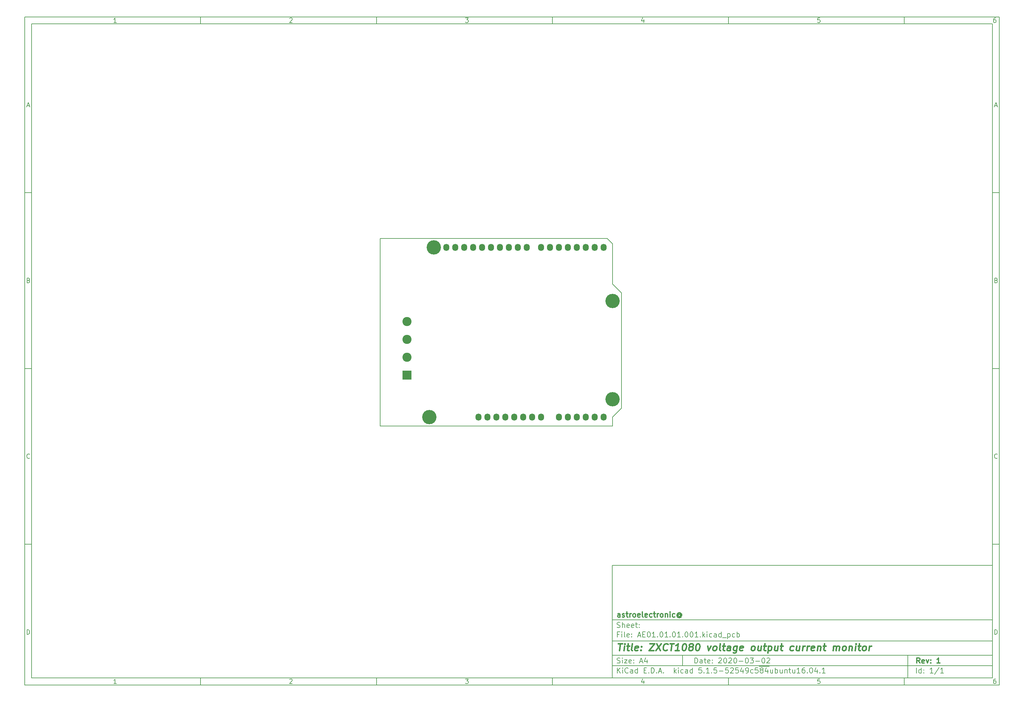
<source format=gbr>
G04 #@! TF.GenerationSoftware,KiCad,Pcbnew,5.1.5-52549c5~84~ubuntu16.04.1*
G04 #@! TF.CreationDate,2020-03-02T18:44:08+01:00*
G04 #@! TF.ProjectId,AE01.01.01.001,41453031-2e30-4312-9e30-312e3030312e,1*
G04 #@! TF.SameCoordinates,Original*
G04 #@! TF.FileFunction,Soldermask,Bot*
G04 #@! TF.FilePolarity,Negative*
%FSLAX46Y46*%
G04 Gerber Fmt 4.6, Leading zero omitted, Abs format (unit mm)*
G04 Created by KiCad (PCBNEW 5.1.5-52549c5~84~ubuntu16.04.1) date 2020-03-02 18:44:08*
%MOMM*%
%LPD*%
G04 APERTURE LIST*
%ADD10C,0.100000*%
%ADD11C,0.150000*%
%ADD12C,0.300000*%
%ADD13C,0.400000*%
%ADD14O,1.727200X2.032000*%
%ADD15C,4.064000*%
%ADD16R,2.600000X2.600000*%
%ADD17C,2.600000*%
G04 APERTURE END LIST*
D10*
D11*
X177002200Y-166007200D02*
X177002200Y-198007200D01*
X285002200Y-198007200D01*
X285002200Y-166007200D01*
X177002200Y-166007200D01*
D10*
D11*
X10000000Y-10000000D02*
X10000000Y-200007200D01*
X287002200Y-200007200D01*
X287002200Y-10000000D01*
X10000000Y-10000000D01*
D10*
D11*
X12000000Y-12000000D02*
X12000000Y-198007200D01*
X285002200Y-198007200D01*
X285002200Y-12000000D01*
X12000000Y-12000000D01*
D10*
D11*
X60000000Y-12000000D02*
X60000000Y-10000000D01*
D10*
D11*
X110000000Y-12000000D02*
X110000000Y-10000000D01*
D10*
D11*
X160000000Y-12000000D02*
X160000000Y-10000000D01*
D10*
D11*
X210000000Y-12000000D02*
X210000000Y-10000000D01*
D10*
D11*
X260000000Y-12000000D02*
X260000000Y-10000000D01*
D10*
D11*
X36065476Y-11588095D02*
X35322619Y-11588095D01*
X35694047Y-11588095D02*
X35694047Y-10288095D01*
X35570238Y-10473809D01*
X35446428Y-10597619D01*
X35322619Y-10659523D01*
D10*
D11*
X85322619Y-10411904D02*
X85384523Y-10350000D01*
X85508333Y-10288095D01*
X85817857Y-10288095D01*
X85941666Y-10350000D01*
X86003571Y-10411904D01*
X86065476Y-10535714D01*
X86065476Y-10659523D01*
X86003571Y-10845238D01*
X85260714Y-11588095D01*
X86065476Y-11588095D01*
D10*
D11*
X135260714Y-10288095D02*
X136065476Y-10288095D01*
X135632142Y-10783333D01*
X135817857Y-10783333D01*
X135941666Y-10845238D01*
X136003571Y-10907142D01*
X136065476Y-11030952D01*
X136065476Y-11340476D01*
X136003571Y-11464285D01*
X135941666Y-11526190D01*
X135817857Y-11588095D01*
X135446428Y-11588095D01*
X135322619Y-11526190D01*
X135260714Y-11464285D01*
D10*
D11*
X185941666Y-10721428D02*
X185941666Y-11588095D01*
X185632142Y-10226190D02*
X185322619Y-11154761D01*
X186127380Y-11154761D01*
D10*
D11*
X236003571Y-10288095D02*
X235384523Y-10288095D01*
X235322619Y-10907142D01*
X235384523Y-10845238D01*
X235508333Y-10783333D01*
X235817857Y-10783333D01*
X235941666Y-10845238D01*
X236003571Y-10907142D01*
X236065476Y-11030952D01*
X236065476Y-11340476D01*
X236003571Y-11464285D01*
X235941666Y-11526190D01*
X235817857Y-11588095D01*
X235508333Y-11588095D01*
X235384523Y-11526190D01*
X235322619Y-11464285D01*
D10*
D11*
X285941666Y-10288095D02*
X285694047Y-10288095D01*
X285570238Y-10350000D01*
X285508333Y-10411904D01*
X285384523Y-10597619D01*
X285322619Y-10845238D01*
X285322619Y-11340476D01*
X285384523Y-11464285D01*
X285446428Y-11526190D01*
X285570238Y-11588095D01*
X285817857Y-11588095D01*
X285941666Y-11526190D01*
X286003571Y-11464285D01*
X286065476Y-11340476D01*
X286065476Y-11030952D01*
X286003571Y-10907142D01*
X285941666Y-10845238D01*
X285817857Y-10783333D01*
X285570238Y-10783333D01*
X285446428Y-10845238D01*
X285384523Y-10907142D01*
X285322619Y-11030952D01*
D10*
D11*
X60000000Y-198007200D02*
X60000000Y-200007200D01*
D10*
D11*
X110000000Y-198007200D02*
X110000000Y-200007200D01*
D10*
D11*
X160000000Y-198007200D02*
X160000000Y-200007200D01*
D10*
D11*
X210000000Y-198007200D02*
X210000000Y-200007200D01*
D10*
D11*
X260000000Y-198007200D02*
X260000000Y-200007200D01*
D10*
D11*
X36065476Y-199595295D02*
X35322619Y-199595295D01*
X35694047Y-199595295D02*
X35694047Y-198295295D01*
X35570238Y-198481009D01*
X35446428Y-198604819D01*
X35322619Y-198666723D01*
D10*
D11*
X85322619Y-198419104D02*
X85384523Y-198357200D01*
X85508333Y-198295295D01*
X85817857Y-198295295D01*
X85941666Y-198357200D01*
X86003571Y-198419104D01*
X86065476Y-198542914D01*
X86065476Y-198666723D01*
X86003571Y-198852438D01*
X85260714Y-199595295D01*
X86065476Y-199595295D01*
D10*
D11*
X135260714Y-198295295D02*
X136065476Y-198295295D01*
X135632142Y-198790533D01*
X135817857Y-198790533D01*
X135941666Y-198852438D01*
X136003571Y-198914342D01*
X136065476Y-199038152D01*
X136065476Y-199347676D01*
X136003571Y-199471485D01*
X135941666Y-199533390D01*
X135817857Y-199595295D01*
X135446428Y-199595295D01*
X135322619Y-199533390D01*
X135260714Y-199471485D01*
D10*
D11*
X185941666Y-198728628D02*
X185941666Y-199595295D01*
X185632142Y-198233390D02*
X185322619Y-199161961D01*
X186127380Y-199161961D01*
D10*
D11*
X236003571Y-198295295D02*
X235384523Y-198295295D01*
X235322619Y-198914342D01*
X235384523Y-198852438D01*
X235508333Y-198790533D01*
X235817857Y-198790533D01*
X235941666Y-198852438D01*
X236003571Y-198914342D01*
X236065476Y-199038152D01*
X236065476Y-199347676D01*
X236003571Y-199471485D01*
X235941666Y-199533390D01*
X235817857Y-199595295D01*
X235508333Y-199595295D01*
X235384523Y-199533390D01*
X235322619Y-199471485D01*
D10*
D11*
X285941666Y-198295295D02*
X285694047Y-198295295D01*
X285570238Y-198357200D01*
X285508333Y-198419104D01*
X285384523Y-198604819D01*
X285322619Y-198852438D01*
X285322619Y-199347676D01*
X285384523Y-199471485D01*
X285446428Y-199533390D01*
X285570238Y-199595295D01*
X285817857Y-199595295D01*
X285941666Y-199533390D01*
X286003571Y-199471485D01*
X286065476Y-199347676D01*
X286065476Y-199038152D01*
X286003571Y-198914342D01*
X285941666Y-198852438D01*
X285817857Y-198790533D01*
X285570238Y-198790533D01*
X285446428Y-198852438D01*
X285384523Y-198914342D01*
X285322619Y-199038152D01*
D10*
D11*
X10000000Y-60000000D02*
X12000000Y-60000000D01*
D10*
D11*
X10000000Y-110000000D02*
X12000000Y-110000000D01*
D10*
D11*
X10000000Y-160000000D02*
X12000000Y-160000000D01*
D10*
D11*
X10690476Y-35216666D02*
X11309523Y-35216666D01*
X10566666Y-35588095D02*
X11000000Y-34288095D01*
X11433333Y-35588095D01*
D10*
D11*
X11092857Y-84907142D02*
X11278571Y-84969047D01*
X11340476Y-85030952D01*
X11402380Y-85154761D01*
X11402380Y-85340476D01*
X11340476Y-85464285D01*
X11278571Y-85526190D01*
X11154761Y-85588095D01*
X10659523Y-85588095D01*
X10659523Y-84288095D01*
X11092857Y-84288095D01*
X11216666Y-84350000D01*
X11278571Y-84411904D01*
X11340476Y-84535714D01*
X11340476Y-84659523D01*
X11278571Y-84783333D01*
X11216666Y-84845238D01*
X11092857Y-84907142D01*
X10659523Y-84907142D01*
D10*
D11*
X11402380Y-135464285D02*
X11340476Y-135526190D01*
X11154761Y-135588095D01*
X11030952Y-135588095D01*
X10845238Y-135526190D01*
X10721428Y-135402380D01*
X10659523Y-135278571D01*
X10597619Y-135030952D01*
X10597619Y-134845238D01*
X10659523Y-134597619D01*
X10721428Y-134473809D01*
X10845238Y-134350000D01*
X11030952Y-134288095D01*
X11154761Y-134288095D01*
X11340476Y-134350000D01*
X11402380Y-134411904D01*
D10*
D11*
X10659523Y-185588095D02*
X10659523Y-184288095D01*
X10969047Y-184288095D01*
X11154761Y-184350000D01*
X11278571Y-184473809D01*
X11340476Y-184597619D01*
X11402380Y-184845238D01*
X11402380Y-185030952D01*
X11340476Y-185278571D01*
X11278571Y-185402380D01*
X11154761Y-185526190D01*
X10969047Y-185588095D01*
X10659523Y-185588095D01*
D10*
D11*
X287002200Y-60000000D02*
X285002200Y-60000000D01*
D10*
D11*
X287002200Y-110000000D02*
X285002200Y-110000000D01*
D10*
D11*
X287002200Y-160000000D02*
X285002200Y-160000000D01*
D10*
D11*
X285692676Y-35216666D02*
X286311723Y-35216666D01*
X285568866Y-35588095D02*
X286002200Y-34288095D01*
X286435533Y-35588095D01*
D10*
D11*
X286095057Y-84907142D02*
X286280771Y-84969047D01*
X286342676Y-85030952D01*
X286404580Y-85154761D01*
X286404580Y-85340476D01*
X286342676Y-85464285D01*
X286280771Y-85526190D01*
X286156961Y-85588095D01*
X285661723Y-85588095D01*
X285661723Y-84288095D01*
X286095057Y-84288095D01*
X286218866Y-84350000D01*
X286280771Y-84411904D01*
X286342676Y-84535714D01*
X286342676Y-84659523D01*
X286280771Y-84783333D01*
X286218866Y-84845238D01*
X286095057Y-84907142D01*
X285661723Y-84907142D01*
D10*
D11*
X286404580Y-135464285D02*
X286342676Y-135526190D01*
X286156961Y-135588095D01*
X286033152Y-135588095D01*
X285847438Y-135526190D01*
X285723628Y-135402380D01*
X285661723Y-135278571D01*
X285599819Y-135030952D01*
X285599819Y-134845238D01*
X285661723Y-134597619D01*
X285723628Y-134473809D01*
X285847438Y-134350000D01*
X286033152Y-134288095D01*
X286156961Y-134288095D01*
X286342676Y-134350000D01*
X286404580Y-134411904D01*
D10*
D11*
X285661723Y-185588095D02*
X285661723Y-184288095D01*
X285971247Y-184288095D01*
X286156961Y-184350000D01*
X286280771Y-184473809D01*
X286342676Y-184597619D01*
X286404580Y-184845238D01*
X286404580Y-185030952D01*
X286342676Y-185278571D01*
X286280771Y-185402380D01*
X286156961Y-185526190D01*
X285971247Y-185588095D01*
X285661723Y-185588095D01*
D10*
D11*
X200434342Y-193785771D02*
X200434342Y-192285771D01*
X200791485Y-192285771D01*
X201005771Y-192357200D01*
X201148628Y-192500057D01*
X201220057Y-192642914D01*
X201291485Y-192928628D01*
X201291485Y-193142914D01*
X201220057Y-193428628D01*
X201148628Y-193571485D01*
X201005771Y-193714342D01*
X200791485Y-193785771D01*
X200434342Y-193785771D01*
X202577200Y-193785771D02*
X202577200Y-193000057D01*
X202505771Y-192857200D01*
X202362914Y-192785771D01*
X202077200Y-192785771D01*
X201934342Y-192857200D01*
X202577200Y-193714342D02*
X202434342Y-193785771D01*
X202077200Y-193785771D01*
X201934342Y-193714342D01*
X201862914Y-193571485D01*
X201862914Y-193428628D01*
X201934342Y-193285771D01*
X202077200Y-193214342D01*
X202434342Y-193214342D01*
X202577200Y-193142914D01*
X203077200Y-192785771D02*
X203648628Y-192785771D01*
X203291485Y-192285771D02*
X203291485Y-193571485D01*
X203362914Y-193714342D01*
X203505771Y-193785771D01*
X203648628Y-193785771D01*
X204720057Y-193714342D02*
X204577200Y-193785771D01*
X204291485Y-193785771D01*
X204148628Y-193714342D01*
X204077200Y-193571485D01*
X204077200Y-193000057D01*
X204148628Y-192857200D01*
X204291485Y-192785771D01*
X204577200Y-192785771D01*
X204720057Y-192857200D01*
X204791485Y-193000057D01*
X204791485Y-193142914D01*
X204077200Y-193285771D01*
X205434342Y-193642914D02*
X205505771Y-193714342D01*
X205434342Y-193785771D01*
X205362914Y-193714342D01*
X205434342Y-193642914D01*
X205434342Y-193785771D01*
X205434342Y-192857200D02*
X205505771Y-192928628D01*
X205434342Y-193000057D01*
X205362914Y-192928628D01*
X205434342Y-192857200D01*
X205434342Y-193000057D01*
X207220057Y-192428628D02*
X207291485Y-192357200D01*
X207434342Y-192285771D01*
X207791485Y-192285771D01*
X207934342Y-192357200D01*
X208005771Y-192428628D01*
X208077200Y-192571485D01*
X208077200Y-192714342D01*
X208005771Y-192928628D01*
X207148628Y-193785771D01*
X208077200Y-193785771D01*
X209005771Y-192285771D02*
X209148628Y-192285771D01*
X209291485Y-192357200D01*
X209362914Y-192428628D01*
X209434342Y-192571485D01*
X209505771Y-192857200D01*
X209505771Y-193214342D01*
X209434342Y-193500057D01*
X209362914Y-193642914D01*
X209291485Y-193714342D01*
X209148628Y-193785771D01*
X209005771Y-193785771D01*
X208862914Y-193714342D01*
X208791485Y-193642914D01*
X208720057Y-193500057D01*
X208648628Y-193214342D01*
X208648628Y-192857200D01*
X208720057Y-192571485D01*
X208791485Y-192428628D01*
X208862914Y-192357200D01*
X209005771Y-192285771D01*
X210077200Y-192428628D02*
X210148628Y-192357200D01*
X210291485Y-192285771D01*
X210648628Y-192285771D01*
X210791485Y-192357200D01*
X210862914Y-192428628D01*
X210934342Y-192571485D01*
X210934342Y-192714342D01*
X210862914Y-192928628D01*
X210005771Y-193785771D01*
X210934342Y-193785771D01*
X211862914Y-192285771D02*
X212005771Y-192285771D01*
X212148628Y-192357200D01*
X212220057Y-192428628D01*
X212291485Y-192571485D01*
X212362914Y-192857200D01*
X212362914Y-193214342D01*
X212291485Y-193500057D01*
X212220057Y-193642914D01*
X212148628Y-193714342D01*
X212005771Y-193785771D01*
X211862914Y-193785771D01*
X211720057Y-193714342D01*
X211648628Y-193642914D01*
X211577200Y-193500057D01*
X211505771Y-193214342D01*
X211505771Y-192857200D01*
X211577200Y-192571485D01*
X211648628Y-192428628D01*
X211720057Y-192357200D01*
X211862914Y-192285771D01*
X213005771Y-193214342D02*
X214148628Y-193214342D01*
X215148628Y-192285771D02*
X215291485Y-192285771D01*
X215434342Y-192357200D01*
X215505771Y-192428628D01*
X215577200Y-192571485D01*
X215648628Y-192857200D01*
X215648628Y-193214342D01*
X215577200Y-193500057D01*
X215505771Y-193642914D01*
X215434342Y-193714342D01*
X215291485Y-193785771D01*
X215148628Y-193785771D01*
X215005771Y-193714342D01*
X214934342Y-193642914D01*
X214862914Y-193500057D01*
X214791485Y-193214342D01*
X214791485Y-192857200D01*
X214862914Y-192571485D01*
X214934342Y-192428628D01*
X215005771Y-192357200D01*
X215148628Y-192285771D01*
X216148628Y-192285771D02*
X217077200Y-192285771D01*
X216577200Y-192857200D01*
X216791485Y-192857200D01*
X216934342Y-192928628D01*
X217005771Y-193000057D01*
X217077200Y-193142914D01*
X217077200Y-193500057D01*
X217005771Y-193642914D01*
X216934342Y-193714342D01*
X216791485Y-193785771D01*
X216362914Y-193785771D01*
X216220057Y-193714342D01*
X216148628Y-193642914D01*
X217720057Y-193214342D02*
X218862914Y-193214342D01*
X219862914Y-192285771D02*
X220005771Y-192285771D01*
X220148628Y-192357200D01*
X220220057Y-192428628D01*
X220291485Y-192571485D01*
X220362914Y-192857200D01*
X220362914Y-193214342D01*
X220291485Y-193500057D01*
X220220057Y-193642914D01*
X220148628Y-193714342D01*
X220005771Y-193785771D01*
X219862914Y-193785771D01*
X219720057Y-193714342D01*
X219648628Y-193642914D01*
X219577200Y-193500057D01*
X219505771Y-193214342D01*
X219505771Y-192857200D01*
X219577200Y-192571485D01*
X219648628Y-192428628D01*
X219720057Y-192357200D01*
X219862914Y-192285771D01*
X220934342Y-192428628D02*
X221005771Y-192357200D01*
X221148628Y-192285771D01*
X221505771Y-192285771D01*
X221648628Y-192357200D01*
X221720057Y-192428628D01*
X221791485Y-192571485D01*
X221791485Y-192714342D01*
X221720057Y-192928628D01*
X220862914Y-193785771D01*
X221791485Y-193785771D01*
D10*
D11*
X177002200Y-194507200D02*
X285002200Y-194507200D01*
D10*
D11*
X178434342Y-196585771D02*
X178434342Y-195085771D01*
X179291485Y-196585771D02*
X178648628Y-195728628D01*
X179291485Y-195085771D02*
X178434342Y-195942914D01*
X179934342Y-196585771D02*
X179934342Y-195585771D01*
X179934342Y-195085771D02*
X179862914Y-195157200D01*
X179934342Y-195228628D01*
X180005771Y-195157200D01*
X179934342Y-195085771D01*
X179934342Y-195228628D01*
X181505771Y-196442914D02*
X181434342Y-196514342D01*
X181220057Y-196585771D01*
X181077200Y-196585771D01*
X180862914Y-196514342D01*
X180720057Y-196371485D01*
X180648628Y-196228628D01*
X180577200Y-195942914D01*
X180577200Y-195728628D01*
X180648628Y-195442914D01*
X180720057Y-195300057D01*
X180862914Y-195157200D01*
X181077200Y-195085771D01*
X181220057Y-195085771D01*
X181434342Y-195157200D01*
X181505771Y-195228628D01*
X182791485Y-196585771D02*
X182791485Y-195800057D01*
X182720057Y-195657200D01*
X182577200Y-195585771D01*
X182291485Y-195585771D01*
X182148628Y-195657200D01*
X182791485Y-196514342D02*
X182648628Y-196585771D01*
X182291485Y-196585771D01*
X182148628Y-196514342D01*
X182077200Y-196371485D01*
X182077200Y-196228628D01*
X182148628Y-196085771D01*
X182291485Y-196014342D01*
X182648628Y-196014342D01*
X182791485Y-195942914D01*
X184148628Y-196585771D02*
X184148628Y-195085771D01*
X184148628Y-196514342D02*
X184005771Y-196585771D01*
X183720057Y-196585771D01*
X183577200Y-196514342D01*
X183505771Y-196442914D01*
X183434342Y-196300057D01*
X183434342Y-195871485D01*
X183505771Y-195728628D01*
X183577200Y-195657200D01*
X183720057Y-195585771D01*
X184005771Y-195585771D01*
X184148628Y-195657200D01*
X186005771Y-195800057D02*
X186505771Y-195800057D01*
X186720057Y-196585771D02*
X186005771Y-196585771D01*
X186005771Y-195085771D01*
X186720057Y-195085771D01*
X187362914Y-196442914D02*
X187434342Y-196514342D01*
X187362914Y-196585771D01*
X187291485Y-196514342D01*
X187362914Y-196442914D01*
X187362914Y-196585771D01*
X188077200Y-196585771D02*
X188077200Y-195085771D01*
X188434342Y-195085771D01*
X188648628Y-195157200D01*
X188791485Y-195300057D01*
X188862914Y-195442914D01*
X188934342Y-195728628D01*
X188934342Y-195942914D01*
X188862914Y-196228628D01*
X188791485Y-196371485D01*
X188648628Y-196514342D01*
X188434342Y-196585771D01*
X188077200Y-196585771D01*
X189577200Y-196442914D02*
X189648628Y-196514342D01*
X189577200Y-196585771D01*
X189505771Y-196514342D01*
X189577200Y-196442914D01*
X189577200Y-196585771D01*
X190220057Y-196157200D02*
X190934342Y-196157200D01*
X190077200Y-196585771D02*
X190577200Y-195085771D01*
X191077200Y-196585771D01*
X191577200Y-196442914D02*
X191648628Y-196514342D01*
X191577200Y-196585771D01*
X191505771Y-196514342D01*
X191577200Y-196442914D01*
X191577200Y-196585771D01*
X194577200Y-196585771D02*
X194577200Y-195085771D01*
X194720057Y-196014342D02*
X195148628Y-196585771D01*
X195148628Y-195585771D02*
X194577200Y-196157200D01*
X195791485Y-196585771D02*
X195791485Y-195585771D01*
X195791485Y-195085771D02*
X195720057Y-195157200D01*
X195791485Y-195228628D01*
X195862914Y-195157200D01*
X195791485Y-195085771D01*
X195791485Y-195228628D01*
X197148628Y-196514342D02*
X197005771Y-196585771D01*
X196720057Y-196585771D01*
X196577200Y-196514342D01*
X196505771Y-196442914D01*
X196434342Y-196300057D01*
X196434342Y-195871485D01*
X196505771Y-195728628D01*
X196577200Y-195657200D01*
X196720057Y-195585771D01*
X197005771Y-195585771D01*
X197148628Y-195657200D01*
X198434342Y-196585771D02*
X198434342Y-195800057D01*
X198362914Y-195657200D01*
X198220057Y-195585771D01*
X197934342Y-195585771D01*
X197791485Y-195657200D01*
X198434342Y-196514342D02*
X198291485Y-196585771D01*
X197934342Y-196585771D01*
X197791485Y-196514342D01*
X197720057Y-196371485D01*
X197720057Y-196228628D01*
X197791485Y-196085771D01*
X197934342Y-196014342D01*
X198291485Y-196014342D01*
X198434342Y-195942914D01*
X199791485Y-196585771D02*
X199791485Y-195085771D01*
X199791485Y-196514342D02*
X199648628Y-196585771D01*
X199362914Y-196585771D01*
X199220057Y-196514342D01*
X199148628Y-196442914D01*
X199077200Y-196300057D01*
X199077200Y-195871485D01*
X199148628Y-195728628D01*
X199220057Y-195657200D01*
X199362914Y-195585771D01*
X199648628Y-195585771D01*
X199791485Y-195657200D01*
X202362914Y-195085771D02*
X201648628Y-195085771D01*
X201577200Y-195800057D01*
X201648628Y-195728628D01*
X201791485Y-195657200D01*
X202148628Y-195657200D01*
X202291485Y-195728628D01*
X202362914Y-195800057D01*
X202434342Y-195942914D01*
X202434342Y-196300057D01*
X202362914Y-196442914D01*
X202291485Y-196514342D01*
X202148628Y-196585771D01*
X201791485Y-196585771D01*
X201648628Y-196514342D01*
X201577200Y-196442914D01*
X203077200Y-196442914D02*
X203148628Y-196514342D01*
X203077200Y-196585771D01*
X203005771Y-196514342D01*
X203077200Y-196442914D01*
X203077200Y-196585771D01*
X204577200Y-196585771D02*
X203720057Y-196585771D01*
X204148628Y-196585771D02*
X204148628Y-195085771D01*
X204005771Y-195300057D01*
X203862914Y-195442914D01*
X203720057Y-195514342D01*
X205220057Y-196442914D02*
X205291485Y-196514342D01*
X205220057Y-196585771D01*
X205148628Y-196514342D01*
X205220057Y-196442914D01*
X205220057Y-196585771D01*
X206648628Y-195085771D02*
X205934342Y-195085771D01*
X205862914Y-195800057D01*
X205934342Y-195728628D01*
X206077200Y-195657200D01*
X206434342Y-195657200D01*
X206577200Y-195728628D01*
X206648628Y-195800057D01*
X206720057Y-195942914D01*
X206720057Y-196300057D01*
X206648628Y-196442914D01*
X206577200Y-196514342D01*
X206434342Y-196585771D01*
X206077200Y-196585771D01*
X205934342Y-196514342D01*
X205862914Y-196442914D01*
X207362914Y-196014342D02*
X208505771Y-196014342D01*
X209934342Y-195085771D02*
X209220057Y-195085771D01*
X209148628Y-195800057D01*
X209220057Y-195728628D01*
X209362914Y-195657200D01*
X209720057Y-195657200D01*
X209862914Y-195728628D01*
X209934342Y-195800057D01*
X210005771Y-195942914D01*
X210005771Y-196300057D01*
X209934342Y-196442914D01*
X209862914Y-196514342D01*
X209720057Y-196585771D01*
X209362914Y-196585771D01*
X209220057Y-196514342D01*
X209148628Y-196442914D01*
X210577200Y-195228628D02*
X210648628Y-195157200D01*
X210791485Y-195085771D01*
X211148628Y-195085771D01*
X211291485Y-195157200D01*
X211362914Y-195228628D01*
X211434342Y-195371485D01*
X211434342Y-195514342D01*
X211362914Y-195728628D01*
X210505771Y-196585771D01*
X211434342Y-196585771D01*
X212791485Y-195085771D02*
X212077200Y-195085771D01*
X212005771Y-195800057D01*
X212077200Y-195728628D01*
X212220057Y-195657200D01*
X212577200Y-195657200D01*
X212720057Y-195728628D01*
X212791485Y-195800057D01*
X212862914Y-195942914D01*
X212862914Y-196300057D01*
X212791485Y-196442914D01*
X212720057Y-196514342D01*
X212577200Y-196585771D01*
X212220057Y-196585771D01*
X212077200Y-196514342D01*
X212005771Y-196442914D01*
X214148628Y-195585771D02*
X214148628Y-196585771D01*
X213791485Y-195014342D02*
X213434342Y-196085771D01*
X214362914Y-196085771D01*
X215005771Y-196585771D02*
X215291485Y-196585771D01*
X215434342Y-196514342D01*
X215505771Y-196442914D01*
X215648628Y-196228628D01*
X215720057Y-195942914D01*
X215720057Y-195371485D01*
X215648628Y-195228628D01*
X215577200Y-195157200D01*
X215434342Y-195085771D01*
X215148628Y-195085771D01*
X215005771Y-195157200D01*
X214934342Y-195228628D01*
X214862914Y-195371485D01*
X214862914Y-195728628D01*
X214934342Y-195871485D01*
X215005771Y-195942914D01*
X215148628Y-196014342D01*
X215434342Y-196014342D01*
X215577200Y-195942914D01*
X215648628Y-195871485D01*
X215720057Y-195728628D01*
X217005771Y-196514342D02*
X216862914Y-196585771D01*
X216577200Y-196585771D01*
X216434342Y-196514342D01*
X216362914Y-196442914D01*
X216291485Y-196300057D01*
X216291485Y-195871485D01*
X216362914Y-195728628D01*
X216434342Y-195657200D01*
X216577200Y-195585771D01*
X216862914Y-195585771D01*
X217005771Y-195657200D01*
X218362914Y-195085771D02*
X217648628Y-195085771D01*
X217577200Y-195800057D01*
X217648628Y-195728628D01*
X217791485Y-195657200D01*
X218148628Y-195657200D01*
X218291485Y-195728628D01*
X218362914Y-195800057D01*
X218434342Y-195942914D01*
X218434342Y-196300057D01*
X218362914Y-196442914D01*
X218291485Y-196514342D01*
X218148628Y-196585771D01*
X217791485Y-196585771D01*
X217648628Y-196514342D01*
X217577200Y-196442914D01*
X218720057Y-194677200D02*
X220148628Y-194677200D01*
X219291485Y-195728628D02*
X219148628Y-195657200D01*
X219077200Y-195585771D01*
X219005771Y-195442914D01*
X219005771Y-195371485D01*
X219077200Y-195228628D01*
X219148628Y-195157200D01*
X219291485Y-195085771D01*
X219577200Y-195085771D01*
X219720057Y-195157200D01*
X219791485Y-195228628D01*
X219862914Y-195371485D01*
X219862914Y-195442914D01*
X219791485Y-195585771D01*
X219720057Y-195657200D01*
X219577200Y-195728628D01*
X219291485Y-195728628D01*
X219148628Y-195800057D01*
X219077200Y-195871485D01*
X219005771Y-196014342D01*
X219005771Y-196300057D01*
X219077200Y-196442914D01*
X219148628Y-196514342D01*
X219291485Y-196585771D01*
X219577200Y-196585771D01*
X219720057Y-196514342D01*
X219791485Y-196442914D01*
X219862914Y-196300057D01*
X219862914Y-196014342D01*
X219791485Y-195871485D01*
X219720057Y-195800057D01*
X219577200Y-195728628D01*
X220148628Y-194677200D02*
X221577199Y-194677200D01*
X221148628Y-195585771D02*
X221148628Y-196585771D01*
X220791485Y-195014342D02*
X220434342Y-196085771D01*
X221362914Y-196085771D01*
X222577199Y-195585771D02*
X222577199Y-196585771D01*
X221934342Y-195585771D02*
X221934342Y-196371485D01*
X222005771Y-196514342D01*
X222148628Y-196585771D01*
X222362914Y-196585771D01*
X222505771Y-196514342D01*
X222577199Y-196442914D01*
X223291485Y-196585771D02*
X223291485Y-195085771D01*
X223291485Y-195657200D02*
X223434342Y-195585771D01*
X223720057Y-195585771D01*
X223862914Y-195657200D01*
X223934342Y-195728628D01*
X224005771Y-195871485D01*
X224005771Y-196300057D01*
X223934342Y-196442914D01*
X223862914Y-196514342D01*
X223720057Y-196585771D01*
X223434342Y-196585771D01*
X223291485Y-196514342D01*
X225291485Y-195585771D02*
X225291485Y-196585771D01*
X224648628Y-195585771D02*
X224648628Y-196371485D01*
X224720057Y-196514342D01*
X224862914Y-196585771D01*
X225077199Y-196585771D01*
X225220057Y-196514342D01*
X225291485Y-196442914D01*
X226005771Y-195585771D02*
X226005771Y-196585771D01*
X226005771Y-195728628D02*
X226077199Y-195657200D01*
X226220057Y-195585771D01*
X226434342Y-195585771D01*
X226577199Y-195657200D01*
X226648628Y-195800057D01*
X226648628Y-196585771D01*
X227148628Y-195585771D02*
X227720057Y-195585771D01*
X227362914Y-195085771D02*
X227362914Y-196371485D01*
X227434342Y-196514342D01*
X227577200Y-196585771D01*
X227720057Y-196585771D01*
X228862914Y-195585771D02*
X228862914Y-196585771D01*
X228220057Y-195585771D02*
X228220057Y-196371485D01*
X228291485Y-196514342D01*
X228434342Y-196585771D01*
X228648628Y-196585771D01*
X228791485Y-196514342D01*
X228862914Y-196442914D01*
X230362914Y-196585771D02*
X229505771Y-196585771D01*
X229934342Y-196585771D02*
X229934342Y-195085771D01*
X229791485Y-195300057D01*
X229648628Y-195442914D01*
X229505771Y-195514342D01*
X231648628Y-195085771D02*
X231362914Y-195085771D01*
X231220057Y-195157200D01*
X231148628Y-195228628D01*
X231005771Y-195442914D01*
X230934342Y-195728628D01*
X230934342Y-196300057D01*
X231005771Y-196442914D01*
X231077199Y-196514342D01*
X231220057Y-196585771D01*
X231505771Y-196585771D01*
X231648628Y-196514342D01*
X231720057Y-196442914D01*
X231791485Y-196300057D01*
X231791485Y-195942914D01*
X231720057Y-195800057D01*
X231648628Y-195728628D01*
X231505771Y-195657200D01*
X231220057Y-195657200D01*
X231077199Y-195728628D01*
X231005771Y-195800057D01*
X230934342Y-195942914D01*
X232434342Y-196442914D02*
X232505771Y-196514342D01*
X232434342Y-196585771D01*
X232362914Y-196514342D01*
X232434342Y-196442914D01*
X232434342Y-196585771D01*
X233434342Y-195085771D02*
X233577199Y-195085771D01*
X233720057Y-195157200D01*
X233791485Y-195228628D01*
X233862914Y-195371485D01*
X233934342Y-195657200D01*
X233934342Y-196014342D01*
X233862914Y-196300057D01*
X233791485Y-196442914D01*
X233720057Y-196514342D01*
X233577199Y-196585771D01*
X233434342Y-196585771D01*
X233291485Y-196514342D01*
X233220057Y-196442914D01*
X233148628Y-196300057D01*
X233077199Y-196014342D01*
X233077199Y-195657200D01*
X233148628Y-195371485D01*
X233220057Y-195228628D01*
X233291485Y-195157200D01*
X233434342Y-195085771D01*
X235220057Y-195585771D02*
X235220057Y-196585771D01*
X234862914Y-195014342D02*
X234505771Y-196085771D01*
X235434342Y-196085771D01*
X236005771Y-196442914D02*
X236077199Y-196514342D01*
X236005771Y-196585771D01*
X235934342Y-196514342D01*
X236005771Y-196442914D01*
X236005771Y-196585771D01*
X237505771Y-196585771D02*
X236648628Y-196585771D01*
X237077199Y-196585771D02*
X237077199Y-195085771D01*
X236934342Y-195300057D01*
X236791485Y-195442914D01*
X236648628Y-195514342D01*
D10*
D11*
X177002200Y-191507200D02*
X285002200Y-191507200D01*
D10*
D12*
X264411485Y-193785771D02*
X263911485Y-193071485D01*
X263554342Y-193785771D02*
X263554342Y-192285771D01*
X264125771Y-192285771D01*
X264268628Y-192357200D01*
X264340057Y-192428628D01*
X264411485Y-192571485D01*
X264411485Y-192785771D01*
X264340057Y-192928628D01*
X264268628Y-193000057D01*
X264125771Y-193071485D01*
X263554342Y-193071485D01*
X265625771Y-193714342D02*
X265482914Y-193785771D01*
X265197200Y-193785771D01*
X265054342Y-193714342D01*
X264982914Y-193571485D01*
X264982914Y-193000057D01*
X265054342Y-192857200D01*
X265197200Y-192785771D01*
X265482914Y-192785771D01*
X265625771Y-192857200D01*
X265697200Y-193000057D01*
X265697200Y-193142914D01*
X264982914Y-193285771D01*
X266197200Y-192785771D02*
X266554342Y-193785771D01*
X266911485Y-192785771D01*
X267482914Y-193642914D02*
X267554342Y-193714342D01*
X267482914Y-193785771D01*
X267411485Y-193714342D01*
X267482914Y-193642914D01*
X267482914Y-193785771D01*
X267482914Y-192857200D02*
X267554342Y-192928628D01*
X267482914Y-193000057D01*
X267411485Y-192928628D01*
X267482914Y-192857200D01*
X267482914Y-193000057D01*
X270125771Y-193785771D02*
X269268628Y-193785771D01*
X269697200Y-193785771D02*
X269697200Y-192285771D01*
X269554342Y-192500057D01*
X269411485Y-192642914D01*
X269268628Y-192714342D01*
D10*
D11*
X178362914Y-193714342D02*
X178577200Y-193785771D01*
X178934342Y-193785771D01*
X179077200Y-193714342D01*
X179148628Y-193642914D01*
X179220057Y-193500057D01*
X179220057Y-193357200D01*
X179148628Y-193214342D01*
X179077200Y-193142914D01*
X178934342Y-193071485D01*
X178648628Y-193000057D01*
X178505771Y-192928628D01*
X178434342Y-192857200D01*
X178362914Y-192714342D01*
X178362914Y-192571485D01*
X178434342Y-192428628D01*
X178505771Y-192357200D01*
X178648628Y-192285771D01*
X179005771Y-192285771D01*
X179220057Y-192357200D01*
X179862914Y-193785771D02*
X179862914Y-192785771D01*
X179862914Y-192285771D02*
X179791485Y-192357200D01*
X179862914Y-192428628D01*
X179934342Y-192357200D01*
X179862914Y-192285771D01*
X179862914Y-192428628D01*
X180434342Y-192785771D02*
X181220057Y-192785771D01*
X180434342Y-193785771D01*
X181220057Y-193785771D01*
X182362914Y-193714342D02*
X182220057Y-193785771D01*
X181934342Y-193785771D01*
X181791485Y-193714342D01*
X181720057Y-193571485D01*
X181720057Y-193000057D01*
X181791485Y-192857200D01*
X181934342Y-192785771D01*
X182220057Y-192785771D01*
X182362914Y-192857200D01*
X182434342Y-193000057D01*
X182434342Y-193142914D01*
X181720057Y-193285771D01*
X183077200Y-193642914D02*
X183148628Y-193714342D01*
X183077200Y-193785771D01*
X183005771Y-193714342D01*
X183077200Y-193642914D01*
X183077200Y-193785771D01*
X183077200Y-192857200D02*
X183148628Y-192928628D01*
X183077200Y-193000057D01*
X183005771Y-192928628D01*
X183077200Y-192857200D01*
X183077200Y-193000057D01*
X184862914Y-193357200D02*
X185577200Y-193357200D01*
X184720057Y-193785771D02*
X185220057Y-192285771D01*
X185720057Y-193785771D01*
X186862914Y-192785771D02*
X186862914Y-193785771D01*
X186505771Y-192214342D02*
X186148628Y-193285771D01*
X187077200Y-193285771D01*
D10*
D11*
X263434342Y-196585771D02*
X263434342Y-195085771D01*
X264791485Y-196585771D02*
X264791485Y-195085771D01*
X264791485Y-196514342D02*
X264648628Y-196585771D01*
X264362914Y-196585771D01*
X264220057Y-196514342D01*
X264148628Y-196442914D01*
X264077200Y-196300057D01*
X264077200Y-195871485D01*
X264148628Y-195728628D01*
X264220057Y-195657200D01*
X264362914Y-195585771D01*
X264648628Y-195585771D01*
X264791485Y-195657200D01*
X265505771Y-196442914D02*
X265577200Y-196514342D01*
X265505771Y-196585771D01*
X265434342Y-196514342D01*
X265505771Y-196442914D01*
X265505771Y-196585771D01*
X265505771Y-195657200D02*
X265577200Y-195728628D01*
X265505771Y-195800057D01*
X265434342Y-195728628D01*
X265505771Y-195657200D01*
X265505771Y-195800057D01*
X268148628Y-196585771D02*
X267291485Y-196585771D01*
X267720057Y-196585771D02*
X267720057Y-195085771D01*
X267577200Y-195300057D01*
X267434342Y-195442914D01*
X267291485Y-195514342D01*
X269862914Y-195014342D02*
X268577200Y-196942914D01*
X271148628Y-196585771D02*
X270291485Y-196585771D01*
X270720057Y-196585771D02*
X270720057Y-195085771D01*
X270577200Y-195300057D01*
X270434342Y-195442914D01*
X270291485Y-195514342D01*
D10*
D11*
X177002200Y-187507200D02*
X285002200Y-187507200D01*
D10*
D13*
X178714580Y-188211961D02*
X179857438Y-188211961D01*
X179036009Y-190211961D02*
X179286009Y-188211961D01*
X180274104Y-190211961D02*
X180440771Y-188878628D01*
X180524104Y-188211961D02*
X180416961Y-188307200D01*
X180500295Y-188402438D01*
X180607438Y-188307200D01*
X180524104Y-188211961D01*
X180500295Y-188402438D01*
X181107438Y-188878628D02*
X181869342Y-188878628D01*
X181476485Y-188211961D02*
X181262200Y-189926247D01*
X181333628Y-190116723D01*
X181512200Y-190211961D01*
X181702676Y-190211961D01*
X182655057Y-190211961D02*
X182476485Y-190116723D01*
X182405057Y-189926247D01*
X182619342Y-188211961D01*
X184190771Y-190116723D02*
X183988390Y-190211961D01*
X183607438Y-190211961D01*
X183428866Y-190116723D01*
X183357438Y-189926247D01*
X183452676Y-189164342D01*
X183571723Y-188973866D01*
X183774104Y-188878628D01*
X184155057Y-188878628D01*
X184333628Y-188973866D01*
X184405057Y-189164342D01*
X184381247Y-189354819D01*
X183405057Y-189545295D01*
X185155057Y-190021485D02*
X185238390Y-190116723D01*
X185131247Y-190211961D01*
X185047914Y-190116723D01*
X185155057Y-190021485D01*
X185131247Y-190211961D01*
X185286009Y-188973866D02*
X185369342Y-189069104D01*
X185262200Y-189164342D01*
X185178866Y-189069104D01*
X185286009Y-188973866D01*
X185262200Y-189164342D01*
X187666961Y-188211961D02*
X189000295Y-188211961D01*
X187416961Y-190211961D01*
X188750295Y-190211961D01*
X189571723Y-188211961D02*
X190655057Y-190211961D01*
X190905057Y-188211961D02*
X189321723Y-190211961D01*
X192583628Y-190021485D02*
X192476485Y-190116723D01*
X192178866Y-190211961D01*
X191988390Y-190211961D01*
X191714580Y-190116723D01*
X191547914Y-189926247D01*
X191476485Y-189735771D01*
X191428866Y-189354819D01*
X191464580Y-189069104D01*
X191607438Y-188688152D01*
X191726485Y-188497676D01*
X191940771Y-188307200D01*
X192238390Y-188211961D01*
X192428866Y-188211961D01*
X192702676Y-188307200D01*
X192786009Y-188402438D01*
X193381247Y-188211961D02*
X194524104Y-188211961D01*
X193702676Y-190211961D02*
X193952676Y-188211961D01*
X195988390Y-190211961D02*
X194845533Y-190211961D01*
X195416961Y-190211961D02*
X195666961Y-188211961D01*
X195440771Y-188497676D01*
X195226485Y-188688152D01*
X195024104Y-188783390D01*
X197476485Y-188211961D02*
X197666961Y-188211961D01*
X197845533Y-188307200D01*
X197928866Y-188402438D01*
X198000295Y-188592914D01*
X198047914Y-188973866D01*
X197988390Y-189450057D01*
X197845533Y-189831009D01*
X197726485Y-190021485D01*
X197619342Y-190116723D01*
X197416961Y-190211961D01*
X197226485Y-190211961D01*
X197047914Y-190116723D01*
X196964580Y-190021485D01*
X196893152Y-189831009D01*
X196845533Y-189450057D01*
X196905057Y-188973866D01*
X197047914Y-188592914D01*
X197166961Y-188402438D01*
X197274104Y-188307200D01*
X197476485Y-188211961D01*
X199178866Y-189069104D02*
X199000295Y-188973866D01*
X198916961Y-188878628D01*
X198845533Y-188688152D01*
X198857438Y-188592914D01*
X198976485Y-188402438D01*
X199083628Y-188307200D01*
X199286009Y-188211961D01*
X199666961Y-188211961D01*
X199845533Y-188307200D01*
X199928866Y-188402438D01*
X200000295Y-188592914D01*
X199988390Y-188688152D01*
X199869342Y-188878628D01*
X199762200Y-188973866D01*
X199559819Y-189069104D01*
X199178866Y-189069104D01*
X198976485Y-189164342D01*
X198869342Y-189259580D01*
X198750295Y-189450057D01*
X198702676Y-189831009D01*
X198774104Y-190021485D01*
X198857438Y-190116723D01*
X199036009Y-190211961D01*
X199416961Y-190211961D01*
X199619342Y-190116723D01*
X199726485Y-190021485D01*
X199845533Y-189831009D01*
X199893152Y-189450057D01*
X199821723Y-189259580D01*
X199738390Y-189164342D01*
X199559819Y-189069104D01*
X201286009Y-188211961D02*
X201476485Y-188211961D01*
X201655057Y-188307200D01*
X201738390Y-188402438D01*
X201809819Y-188592914D01*
X201857438Y-188973866D01*
X201797914Y-189450057D01*
X201655057Y-189831009D01*
X201536009Y-190021485D01*
X201428866Y-190116723D01*
X201226485Y-190211961D01*
X201036009Y-190211961D01*
X200857438Y-190116723D01*
X200774104Y-190021485D01*
X200702676Y-189831009D01*
X200655057Y-189450057D01*
X200714580Y-188973866D01*
X200857438Y-188592914D01*
X200976485Y-188402438D01*
X201083628Y-188307200D01*
X201286009Y-188211961D01*
X204059819Y-188878628D02*
X204369342Y-190211961D01*
X205012200Y-188878628D01*
X205893152Y-190211961D02*
X205714580Y-190116723D01*
X205631247Y-190021485D01*
X205559819Y-189831009D01*
X205631247Y-189259580D01*
X205750295Y-189069104D01*
X205857438Y-188973866D01*
X206059819Y-188878628D01*
X206345533Y-188878628D01*
X206524104Y-188973866D01*
X206607438Y-189069104D01*
X206678866Y-189259580D01*
X206607438Y-189831009D01*
X206488390Y-190021485D01*
X206381247Y-190116723D01*
X206178866Y-190211961D01*
X205893152Y-190211961D01*
X207702676Y-190211961D02*
X207524104Y-190116723D01*
X207452676Y-189926247D01*
X207666961Y-188211961D01*
X208345533Y-188878628D02*
X209107438Y-188878628D01*
X208714580Y-188211961D02*
X208500295Y-189926247D01*
X208571723Y-190116723D01*
X208750295Y-190211961D01*
X208940771Y-190211961D01*
X210464580Y-190211961D02*
X210595533Y-189164342D01*
X210524104Y-188973866D01*
X210345533Y-188878628D01*
X209964580Y-188878628D01*
X209762200Y-188973866D01*
X210476485Y-190116723D02*
X210274104Y-190211961D01*
X209797914Y-190211961D01*
X209619342Y-190116723D01*
X209547914Y-189926247D01*
X209571723Y-189735771D01*
X209690771Y-189545295D01*
X209893152Y-189450057D01*
X210369342Y-189450057D01*
X210571723Y-189354819D01*
X212440771Y-188878628D02*
X212238390Y-190497676D01*
X212119342Y-190688152D01*
X212012200Y-190783390D01*
X211809819Y-190878628D01*
X211524104Y-190878628D01*
X211345533Y-190783390D01*
X212286009Y-190116723D02*
X212083628Y-190211961D01*
X211702676Y-190211961D01*
X211524104Y-190116723D01*
X211440771Y-190021485D01*
X211369342Y-189831009D01*
X211440771Y-189259580D01*
X211559819Y-189069104D01*
X211666961Y-188973866D01*
X211869342Y-188878628D01*
X212250295Y-188878628D01*
X212428866Y-188973866D01*
X214000295Y-190116723D02*
X213797914Y-190211961D01*
X213416961Y-190211961D01*
X213238390Y-190116723D01*
X213166961Y-189926247D01*
X213262200Y-189164342D01*
X213381247Y-188973866D01*
X213583628Y-188878628D01*
X213964580Y-188878628D01*
X214143152Y-188973866D01*
X214214580Y-189164342D01*
X214190771Y-189354819D01*
X213214580Y-189545295D01*
X216750295Y-190211961D02*
X216571723Y-190116723D01*
X216488390Y-190021485D01*
X216416961Y-189831009D01*
X216488390Y-189259580D01*
X216607438Y-189069104D01*
X216714580Y-188973866D01*
X216916961Y-188878628D01*
X217202676Y-188878628D01*
X217381247Y-188973866D01*
X217464580Y-189069104D01*
X217536009Y-189259580D01*
X217464580Y-189831009D01*
X217345533Y-190021485D01*
X217238390Y-190116723D01*
X217036009Y-190211961D01*
X216750295Y-190211961D01*
X219297914Y-188878628D02*
X219131247Y-190211961D01*
X218440771Y-188878628D02*
X218309819Y-189926247D01*
X218381247Y-190116723D01*
X218559819Y-190211961D01*
X218845533Y-190211961D01*
X219047914Y-190116723D01*
X219155057Y-190021485D01*
X219964580Y-188878628D02*
X220726485Y-188878628D01*
X220333628Y-188211961D02*
X220119342Y-189926247D01*
X220190771Y-190116723D01*
X220369342Y-190211961D01*
X220559819Y-190211961D01*
X221393152Y-188878628D02*
X221143152Y-190878628D01*
X221381247Y-188973866D02*
X221583628Y-188878628D01*
X221964580Y-188878628D01*
X222143152Y-188973866D01*
X222226485Y-189069104D01*
X222297914Y-189259580D01*
X222226485Y-189831009D01*
X222107438Y-190021485D01*
X222000295Y-190116723D01*
X221797914Y-190211961D01*
X221416961Y-190211961D01*
X221238390Y-190116723D01*
X224059819Y-188878628D02*
X223893152Y-190211961D01*
X223202676Y-188878628D02*
X223071723Y-189926247D01*
X223143152Y-190116723D01*
X223321723Y-190211961D01*
X223607438Y-190211961D01*
X223809819Y-190116723D01*
X223916961Y-190021485D01*
X224726485Y-188878628D02*
X225488390Y-188878628D01*
X225095533Y-188211961D02*
X224881247Y-189926247D01*
X224952676Y-190116723D01*
X225131247Y-190211961D01*
X225321723Y-190211961D01*
X228381247Y-190116723D02*
X228178866Y-190211961D01*
X227797914Y-190211961D01*
X227619342Y-190116723D01*
X227536009Y-190021485D01*
X227464580Y-189831009D01*
X227536009Y-189259580D01*
X227655057Y-189069104D01*
X227762199Y-188973866D01*
X227964580Y-188878628D01*
X228345533Y-188878628D01*
X228524104Y-188973866D01*
X230250295Y-188878628D02*
X230083628Y-190211961D01*
X229393152Y-188878628D02*
X229262199Y-189926247D01*
X229333628Y-190116723D01*
X229512199Y-190211961D01*
X229797914Y-190211961D01*
X230000295Y-190116723D01*
X230107438Y-190021485D01*
X231036009Y-190211961D02*
X231202676Y-188878628D01*
X231155057Y-189259580D02*
X231274104Y-189069104D01*
X231381247Y-188973866D01*
X231583628Y-188878628D01*
X231774104Y-188878628D01*
X232274104Y-190211961D02*
X232440771Y-188878628D01*
X232393152Y-189259580D02*
X232512199Y-189069104D01*
X232619342Y-188973866D01*
X232821723Y-188878628D01*
X233012199Y-188878628D01*
X234286009Y-190116723D02*
X234083628Y-190211961D01*
X233702676Y-190211961D01*
X233524104Y-190116723D01*
X233452676Y-189926247D01*
X233547914Y-189164342D01*
X233666961Y-188973866D01*
X233869342Y-188878628D01*
X234250295Y-188878628D01*
X234428866Y-188973866D01*
X234500295Y-189164342D01*
X234476485Y-189354819D01*
X233500295Y-189545295D01*
X235393152Y-188878628D02*
X235226485Y-190211961D01*
X235369342Y-189069104D02*
X235476485Y-188973866D01*
X235678866Y-188878628D01*
X235964580Y-188878628D01*
X236143152Y-188973866D01*
X236214580Y-189164342D01*
X236083628Y-190211961D01*
X236916961Y-188878628D02*
X237678866Y-188878628D01*
X237286009Y-188211961D02*
X237071723Y-189926247D01*
X237143152Y-190116723D01*
X237321723Y-190211961D01*
X237512199Y-190211961D01*
X239702676Y-190211961D02*
X239869342Y-188878628D01*
X239845533Y-189069104D02*
X239952676Y-188973866D01*
X240155057Y-188878628D01*
X240440771Y-188878628D01*
X240619342Y-188973866D01*
X240690771Y-189164342D01*
X240559819Y-190211961D01*
X240690771Y-189164342D02*
X240809819Y-188973866D01*
X241012199Y-188878628D01*
X241297914Y-188878628D01*
X241476485Y-188973866D01*
X241547914Y-189164342D01*
X241416961Y-190211961D01*
X242655057Y-190211961D02*
X242476485Y-190116723D01*
X242393152Y-190021485D01*
X242321723Y-189831009D01*
X242393152Y-189259580D01*
X242512199Y-189069104D01*
X242619342Y-188973866D01*
X242821723Y-188878628D01*
X243107438Y-188878628D01*
X243286009Y-188973866D01*
X243369342Y-189069104D01*
X243440771Y-189259580D01*
X243369342Y-189831009D01*
X243250295Y-190021485D01*
X243143152Y-190116723D01*
X242940771Y-190211961D01*
X242655057Y-190211961D01*
X244345533Y-188878628D02*
X244178866Y-190211961D01*
X244321723Y-189069104D02*
X244428866Y-188973866D01*
X244631247Y-188878628D01*
X244916961Y-188878628D01*
X245095533Y-188973866D01*
X245166961Y-189164342D01*
X245036009Y-190211961D01*
X245988390Y-190211961D02*
X246155057Y-188878628D01*
X246238390Y-188211961D02*
X246131247Y-188307200D01*
X246214580Y-188402438D01*
X246321723Y-188307200D01*
X246238390Y-188211961D01*
X246214580Y-188402438D01*
X246821723Y-188878628D02*
X247583628Y-188878628D01*
X247190771Y-188211961D02*
X246976485Y-189926247D01*
X247047914Y-190116723D01*
X247226485Y-190211961D01*
X247416961Y-190211961D01*
X248369342Y-190211961D02*
X248190771Y-190116723D01*
X248107438Y-190021485D01*
X248036009Y-189831009D01*
X248107438Y-189259580D01*
X248226485Y-189069104D01*
X248333628Y-188973866D01*
X248536009Y-188878628D01*
X248821723Y-188878628D01*
X249000295Y-188973866D01*
X249083628Y-189069104D01*
X249155057Y-189259580D01*
X249083628Y-189831009D01*
X248964580Y-190021485D01*
X248857438Y-190116723D01*
X248655057Y-190211961D01*
X248369342Y-190211961D01*
X249893152Y-190211961D02*
X250059819Y-188878628D01*
X250012199Y-189259580D02*
X250131247Y-189069104D01*
X250238390Y-188973866D01*
X250440771Y-188878628D01*
X250631247Y-188878628D01*
D10*
D11*
X178934342Y-185600057D02*
X178434342Y-185600057D01*
X178434342Y-186385771D02*
X178434342Y-184885771D01*
X179148628Y-184885771D01*
X179720057Y-186385771D02*
X179720057Y-185385771D01*
X179720057Y-184885771D02*
X179648628Y-184957200D01*
X179720057Y-185028628D01*
X179791485Y-184957200D01*
X179720057Y-184885771D01*
X179720057Y-185028628D01*
X180648628Y-186385771D02*
X180505771Y-186314342D01*
X180434342Y-186171485D01*
X180434342Y-184885771D01*
X181791485Y-186314342D02*
X181648628Y-186385771D01*
X181362914Y-186385771D01*
X181220057Y-186314342D01*
X181148628Y-186171485D01*
X181148628Y-185600057D01*
X181220057Y-185457200D01*
X181362914Y-185385771D01*
X181648628Y-185385771D01*
X181791485Y-185457200D01*
X181862914Y-185600057D01*
X181862914Y-185742914D01*
X181148628Y-185885771D01*
X182505771Y-186242914D02*
X182577200Y-186314342D01*
X182505771Y-186385771D01*
X182434342Y-186314342D01*
X182505771Y-186242914D01*
X182505771Y-186385771D01*
X182505771Y-185457200D02*
X182577200Y-185528628D01*
X182505771Y-185600057D01*
X182434342Y-185528628D01*
X182505771Y-185457200D01*
X182505771Y-185600057D01*
X184291485Y-185957200D02*
X185005771Y-185957200D01*
X184148628Y-186385771D02*
X184648628Y-184885771D01*
X185148628Y-186385771D01*
X185648628Y-185600057D02*
X186148628Y-185600057D01*
X186362914Y-186385771D02*
X185648628Y-186385771D01*
X185648628Y-184885771D01*
X186362914Y-184885771D01*
X187291485Y-184885771D02*
X187434342Y-184885771D01*
X187577200Y-184957200D01*
X187648628Y-185028628D01*
X187720057Y-185171485D01*
X187791485Y-185457200D01*
X187791485Y-185814342D01*
X187720057Y-186100057D01*
X187648628Y-186242914D01*
X187577200Y-186314342D01*
X187434342Y-186385771D01*
X187291485Y-186385771D01*
X187148628Y-186314342D01*
X187077200Y-186242914D01*
X187005771Y-186100057D01*
X186934342Y-185814342D01*
X186934342Y-185457200D01*
X187005771Y-185171485D01*
X187077200Y-185028628D01*
X187148628Y-184957200D01*
X187291485Y-184885771D01*
X189220057Y-186385771D02*
X188362914Y-186385771D01*
X188791485Y-186385771D02*
X188791485Y-184885771D01*
X188648628Y-185100057D01*
X188505771Y-185242914D01*
X188362914Y-185314342D01*
X189862914Y-186242914D02*
X189934342Y-186314342D01*
X189862914Y-186385771D01*
X189791485Y-186314342D01*
X189862914Y-186242914D01*
X189862914Y-186385771D01*
X190862914Y-184885771D02*
X191005771Y-184885771D01*
X191148628Y-184957200D01*
X191220057Y-185028628D01*
X191291485Y-185171485D01*
X191362914Y-185457200D01*
X191362914Y-185814342D01*
X191291485Y-186100057D01*
X191220057Y-186242914D01*
X191148628Y-186314342D01*
X191005771Y-186385771D01*
X190862914Y-186385771D01*
X190720057Y-186314342D01*
X190648628Y-186242914D01*
X190577200Y-186100057D01*
X190505771Y-185814342D01*
X190505771Y-185457200D01*
X190577200Y-185171485D01*
X190648628Y-185028628D01*
X190720057Y-184957200D01*
X190862914Y-184885771D01*
X192791485Y-186385771D02*
X191934342Y-186385771D01*
X192362914Y-186385771D02*
X192362914Y-184885771D01*
X192220057Y-185100057D01*
X192077200Y-185242914D01*
X191934342Y-185314342D01*
X193434342Y-186242914D02*
X193505771Y-186314342D01*
X193434342Y-186385771D01*
X193362914Y-186314342D01*
X193434342Y-186242914D01*
X193434342Y-186385771D01*
X194434342Y-184885771D02*
X194577200Y-184885771D01*
X194720057Y-184957200D01*
X194791485Y-185028628D01*
X194862914Y-185171485D01*
X194934342Y-185457200D01*
X194934342Y-185814342D01*
X194862914Y-186100057D01*
X194791485Y-186242914D01*
X194720057Y-186314342D01*
X194577200Y-186385771D01*
X194434342Y-186385771D01*
X194291485Y-186314342D01*
X194220057Y-186242914D01*
X194148628Y-186100057D01*
X194077200Y-185814342D01*
X194077200Y-185457200D01*
X194148628Y-185171485D01*
X194220057Y-185028628D01*
X194291485Y-184957200D01*
X194434342Y-184885771D01*
X196362914Y-186385771D02*
X195505771Y-186385771D01*
X195934342Y-186385771D02*
X195934342Y-184885771D01*
X195791485Y-185100057D01*
X195648628Y-185242914D01*
X195505771Y-185314342D01*
X197005771Y-186242914D02*
X197077200Y-186314342D01*
X197005771Y-186385771D01*
X196934342Y-186314342D01*
X197005771Y-186242914D01*
X197005771Y-186385771D01*
X198005771Y-184885771D02*
X198148628Y-184885771D01*
X198291485Y-184957200D01*
X198362914Y-185028628D01*
X198434342Y-185171485D01*
X198505771Y-185457200D01*
X198505771Y-185814342D01*
X198434342Y-186100057D01*
X198362914Y-186242914D01*
X198291485Y-186314342D01*
X198148628Y-186385771D01*
X198005771Y-186385771D01*
X197862914Y-186314342D01*
X197791485Y-186242914D01*
X197720057Y-186100057D01*
X197648628Y-185814342D01*
X197648628Y-185457200D01*
X197720057Y-185171485D01*
X197791485Y-185028628D01*
X197862914Y-184957200D01*
X198005771Y-184885771D01*
X199434342Y-184885771D02*
X199577200Y-184885771D01*
X199720057Y-184957200D01*
X199791485Y-185028628D01*
X199862914Y-185171485D01*
X199934342Y-185457200D01*
X199934342Y-185814342D01*
X199862914Y-186100057D01*
X199791485Y-186242914D01*
X199720057Y-186314342D01*
X199577200Y-186385771D01*
X199434342Y-186385771D01*
X199291485Y-186314342D01*
X199220057Y-186242914D01*
X199148628Y-186100057D01*
X199077200Y-185814342D01*
X199077200Y-185457200D01*
X199148628Y-185171485D01*
X199220057Y-185028628D01*
X199291485Y-184957200D01*
X199434342Y-184885771D01*
X201362914Y-186385771D02*
X200505771Y-186385771D01*
X200934342Y-186385771D02*
X200934342Y-184885771D01*
X200791485Y-185100057D01*
X200648628Y-185242914D01*
X200505771Y-185314342D01*
X202005771Y-186242914D02*
X202077200Y-186314342D01*
X202005771Y-186385771D01*
X201934342Y-186314342D01*
X202005771Y-186242914D01*
X202005771Y-186385771D01*
X202720057Y-186385771D02*
X202720057Y-184885771D01*
X202862914Y-185814342D02*
X203291485Y-186385771D01*
X203291485Y-185385771D02*
X202720057Y-185957200D01*
X203934342Y-186385771D02*
X203934342Y-185385771D01*
X203934342Y-184885771D02*
X203862914Y-184957200D01*
X203934342Y-185028628D01*
X204005771Y-184957200D01*
X203934342Y-184885771D01*
X203934342Y-185028628D01*
X205291485Y-186314342D02*
X205148628Y-186385771D01*
X204862914Y-186385771D01*
X204720057Y-186314342D01*
X204648628Y-186242914D01*
X204577200Y-186100057D01*
X204577200Y-185671485D01*
X204648628Y-185528628D01*
X204720057Y-185457200D01*
X204862914Y-185385771D01*
X205148628Y-185385771D01*
X205291485Y-185457200D01*
X206577200Y-186385771D02*
X206577200Y-185600057D01*
X206505771Y-185457200D01*
X206362914Y-185385771D01*
X206077200Y-185385771D01*
X205934342Y-185457200D01*
X206577200Y-186314342D02*
X206434342Y-186385771D01*
X206077200Y-186385771D01*
X205934342Y-186314342D01*
X205862914Y-186171485D01*
X205862914Y-186028628D01*
X205934342Y-185885771D01*
X206077200Y-185814342D01*
X206434342Y-185814342D01*
X206577200Y-185742914D01*
X207934342Y-186385771D02*
X207934342Y-184885771D01*
X207934342Y-186314342D02*
X207791485Y-186385771D01*
X207505771Y-186385771D01*
X207362914Y-186314342D01*
X207291485Y-186242914D01*
X207220057Y-186100057D01*
X207220057Y-185671485D01*
X207291485Y-185528628D01*
X207362914Y-185457200D01*
X207505771Y-185385771D01*
X207791485Y-185385771D01*
X207934342Y-185457200D01*
X208291485Y-186528628D02*
X209434342Y-186528628D01*
X209791485Y-185385771D02*
X209791485Y-186885771D01*
X209791485Y-185457200D02*
X209934342Y-185385771D01*
X210220057Y-185385771D01*
X210362914Y-185457200D01*
X210434342Y-185528628D01*
X210505771Y-185671485D01*
X210505771Y-186100057D01*
X210434342Y-186242914D01*
X210362914Y-186314342D01*
X210220057Y-186385771D01*
X209934342Y-186385771D01*
X209791485Y-186314342D01*
X211791485Y-186314342D02*
X211648628Y-186385771D01*
X211362914Y-186385771D01*
X211220057Y-186314342D01*
X211148628Y-186242914D01*
X211077200Y-186100057D01*
X211077200Y-185671485D01*
X211148628Y-185528628D01*
X211220057Y-185457200D01*
X211362914Y-185385771D01*
X211648628Y-185385771D01*
X211791485Y-185457200D01*
X212434342Y-186385771D02*
X212434342Y-184885771D01*
X212434342Y-185457200D02*
X212577200Y-185385771D01*
X212862914Y-185385771D01*
X213005771Y-185457200D01*
X213077200Y-185528628D01*
X213148628Y-185671485D01*
X213148628Y-186100057D01*
X213077200Y-186242914D01*
X213005771Y-186314342D01*
X212862914Y-186385771D01*
X212577200Y-186385771D01*
X212434342Y-186314342D01*
D10*
D11*
X177002200Y-181507200D02*
X285002200Y-181507200D01*
D10*
D11*
X178362914Y-183614342D02*
X178577200Y-183685771D01*
X178934342Y-183685771D01*
X179077200Y-183614342D01*
X179148628Y-183542914D01*
X179220057Y-183400057D01*
X179220057Y-183257200D01*
X179148628Y-183114342D01*
X179077200Y-183042914D01*
X178934342Y-182971485D01*
X178648628Y-182900057D01*
X178505771Y-182828628D01*
X178434342Y-182757200D01*
X178362914Y-182614342D01*
X178362914Y-182471485D01*
X178434342Y-182328628D01*
X178505771Y-182257200D01*
X178648628Y-182185771D01*
X179005771Y-182185771D01*
X179220057Y-182257200D01*
X179862914Y-183685771D02*
X179862914Y-182185771D01*
X180505771Y-183685771D02*
X180505771Y-182900057D01*
X180434342Y-182757200D01*
X180291485Y-182685771D01*
X180077200Y-182685771D01*
X179934342Y-182757200D01*
X179862914Y-182828628D01*
X181791485Y-183614342D02*
X181648628Y-183685771D01*
X181362914Y-183685771D01*
X181220057Y-183614342D01*
X181148628Y-183471485D01*
X181148628Y-182900057D01*
X181220057Y-182757200D01*
X181362914Y-182685771D01*
X181648628Y-182685771D01*
X181791485Y-182757200D01*
X181862914Y-182900057D01*
X181862914Y-183042914D01*
X181148628Y-183185771D01*
X183077200Y-183614342D02*
X182934342Y-183685771D01*
X182648628Y-183685771D01*
X182505771Y-183614342D01*
X182434342Y-183471485D01*
X182434342Y-182900057D01*
X182505771Y-182757200D01*
X182648628Y-182685771D01*
X182934342Y-182685771D01*
X183077200Y-182757200D01*
X183148628Y-182900057D01*
X183148628Y-183042914D01*
X182434342Y-183185771D01*
X183577200Y-182685771D02*
X184148628Y-182685771D01*
X183791485Y-182185771D02*
X183791485Y-183471485D01*
X183862914Y-183614342D01*
X184005771Y-183685771D01*
X184148628Y-183685771D01*
X184648628Y-183542914D02*
X184720057Y-183614342D01*
X184648628Y-183685771D01*
X184577200Y-183614342D01*
X184648628Y-183542914D01*
X184648628Y-183685771D01*
X184648628Y-182757200D02*
X184720057Y-182828628D01*
X184648628Y-182900057D01*
X184577200Y-182828628D01*
X184648628Y-182757200D01*
X184648628Y-182900057D01*
D10*
D12*
X179197200Y-180685771D02*
X179197200Y-179900057D01*
X179125771Y-179757200D01*
X178982914Y-179685771D01*
X178697200Y-179685771D01*
X178554342Y-179757200D01*
X179197200Y-180614342D02*
X179054342Y-180685771D01*
X178697200Y-180685771D01*
X178554342Y-180614342D01*
X178482914Y-180471485D01*
X178482914Y-180328628D01*
X178554342Y-180185771D01*
X178697200Y-180114342D01*
X179054342Y-180114342D01*
X179197200Y-180042914D01*
X179840057Y-180614342D02*
X179982914Y-180685771D01*
X180268628Y-180685771D01*
X180411485Y-180614342D01*
X180482914Y-180471485D01*
X180482914Y-180400057D01*
X180411485Y-180257200D01*
X180268628Y-180185771D01*
X180054342Y-180185771D01*
X179911485Y-180114342D01*
X179840057Y-179971485D01*
X179840057Y-179900057D01*
X179911485Y-179757200D01*
X180054342Y-179685771D01*
X180268628Y-179685771D01*
X180411485Y-179757200D01*
X180911485Y-179685771D02*
X181482914Y-179685771D01*
X181125771Y-179185771D02*
X181125771Y-180471485D01*
X181197200Y-180614342D01*
X181340057Y-180685771D01*
X181482914Y-180685771D01*
X181982914Y-180685771D02*
X181982914Y-179685771D01*
X181982914Y-179971485D02*
X182054342Y-179828628D01*
X182125771Y-179757200D01*
X182268628Y-179685771D01*
X182411485Y-179685771D01*
X183125771Y-180685771D02*
X182982914Y-180614342D01*
X182911485Y-180542914D01*
X182840057Y-180400057D01*
X182840057Y-179971485D01*
X182911485Y-179828628D01*
X182982914Y-179757200D01*
X183125771Y-179685771D01*
X183340057Y-179685771D01*
X183482914Y-179757200D01*
X183554342Y-179828628D01*
X183625771Y-179971485D01*
X183625771Y-180400057D01*
X183554342Y-180542914D01*
X183482914Y-180614342D01*
X183340057Y-180685771D01*
X183125771Y-180685771D01*
X184840057Y-180614342D02*
X184697200Y-180685771D01*
X184411485Y-180685771D01*
X184268628Y-180614342D01*
X184197200Y-180471485D01*
X184197200Y-179900057D01*
X184268628Y-179757200D01*
X184411485Y-179685771D01*
X184697200Y-179685771D01*
X184840057Y-179757200D01*
X184911485Y-179900057D01*
X184911485Y-180042914D01*
X184197200Y-180185771D01*
X185768628Y-180685771D02*
X185625771Y-180614342D01*
X185554342Y-180471485D01*
X185554342Y-179185771D01*
X186911485Y-180614342D02*
X186768628Y-180685771D01*
X186482914Y-180685771D01*
X186340057Y-180614342D01*
X186268628Y-180471485D01*
X186268628Y-179900057D01*
X186340057Y-179757200D01*
X186482914Y-179685771D01*
X186768628Y-179685771D01*
X186911485Y-179757200D01*
X186982914Y-179900057D01*
X186982914Y-180042914D01*
X186268628Y-180185771D01*
X188268628Y-180614342D02*
X188125771Y-180685771D01*
X187840057Y-180685771D01*
X187697200Y-180614342D01*
X187625771Y-180542914D01*
X187554342Y-180400057D01*
X187554342Y-179971485D01*
X187625771Y-179828628D01*
X187697200Y-179757200D01*
X187840057Y-179685771D01*
X188125771Y-179685771D01*
X188268628Y-179757200D01*
X188697200Y-179685771D02*
X189268628Y-179685771D01*
X188911485Y-179185771D02*
X188911485Y-180471485D01*
X188982914Y-180614342D01*
X189125771Y-180685771D01*
X189268628Y-180685771D01*
X189768628Y-180685771D02*
X189768628Y-179685771D01*
X189768628Y-179971485D02*
X189840057Y-179828628D01*
X189911485Y-179757200D01*
X190054342Y-179685771D01*
X190197200Y-179685771D01*
X190911485Y-180685771D02*
X190768628Y-180614342D01*
X190697200Y-180542914D01*
X190625771Y-180400057D01*
X190625771Y-179971485D01*
X190697200Y-179828628D01*
X190768628Y-179757200D01*
X190911485Y-179685771D01*
X191125771Y-179685771D01*
X191268628Y-179757200D01*
X191340057Y-179828628D01*
X191411485Y-179971485D01*
X191411485Y-180400057D01*
X191340057Y-180542914D01*
X191268628Y-180614342D01*
X191125771Y-180685771D01*
X190911485Y-180685771D01*
X192054342Y-179685771D02*
X192054342Y-180685771D01*
X192054342Y-179828628D02*
X192125771Y-179757200D01*
X192268628Y-179685771D01*
X192482914Y-179685771D01*
X192625771Y-179757200D01*
X192697200Y-179900057D01*
X192697200Y-180685771D01*
X193411485Y-180685771D02*
X193411485Y-179685771D01*
X193411485Y-179185771D02*
X193340057Y-179257200D01*
X193411485Y-179328628D01*
X193482914Y-179257200D01*
X193411485Y-179185771D01*
X193411485Y-179328628D01*
X194768628Y-180614342D02*
X194625771Y-180685771D01*
X194340057Y-180685771D01*
X194197200Y-180614342D01*
X194125771Y-180542914D01*
X194054342Y-180400057D01*
X194054342Y-179971485D01*
X194125771Y-179828628D01*
X194197200Y-179757200D01*
X194340057Y-179685771D01*
X194625771Y-179685771D01*
X194768628Y-179757200D01*
X196340057Y-179971485D02*
X196268628Y-179900057D01*
X196125771Y-179828628D01*
X195982914Y-179828628D01*
X195840057Y-179900057D01*
X195768628Y-179971485D01*
X195697200Y-180114342D01*
X195697200Y-180257200D01*
X195768628Y-180400057D01*
X195840057Y-180471485D01*
X195982914Y-180542914D01*
X196125771Y-180542914D01*
X196268628Y-180471485D01*
X196340057Y-180400057D01*
X196340057Y-179828628D02*
X196340057Y-180400057D01*
X196411485Y-180471485D01*
X196482914Y-180471485D01*
X196625771Y-180400057D01*
X196697200Y-180257200D01*
X196697200Y-179900057D01*
X196554342Y-179685771D01*
X196340057Y-179542914D01*
X196054342Y-179471485D01*
X195768628Y-179542914D01*
X195554342Y-179685771D01*
X195411485Y-179900057D01*
X195340057Y-180185771D01*
X195411485Y-180471485D01*
X195554342Y-180685771D01*
X195768628Y-180828628D01*
X196054342Y-180900057D01*
X196340057Y-180828628D01*
X196554342Y-180685771D01*
D10*
D11*
X197002200Y-191507200D02*
X197002200Y-194507200D01*
D10*
D11*
X261002200Y-191507200D02*
X261002200Y-198007200D01*
X177038000Y-74549000D02*
X175514000Y-73025000D01*
X177038000Y-85979000D02*
X177038000Y-74549000D01*
X179578000Y-88519000D02*
X177038000Y-85979000D01*
X179578000Y-121285000D02*
X179578000Y-88519000D01*
X177038000Y-123825000D02*
X179578000Y-121285000D01*
X177038000Y-126365000D02*
X177038000Y-123825000D01*
X110998000Y-126365000D02*
X177038000Y-126365000D01*
X110998000Y-73025000D02*
X110998000Y-126365000D01*
X175514000Y-73025000D02*
X110998000Y-73025000D01*
D14*
X138938000Y-123825000D03*
X141478000Y-123825000D03*
X144018000Y-123825000D03*
X146558000Y-123825000D03*
X149098000Y-123825000D03*
X151638000Y-123825000D03*
X154178000Y-123825000D03*
X156718000Y-123825000D03*
X161798000Y-123825000D03*
X164338000Y-123825000D03*
X166878000Y-123825000D03*
X169418000Y-123825000D03*
X171958000Y-123825000D03*
X174498000Y-123825000D03*
X129794000Y-75565000D03*
X132334000Y-75565000D03*
X134874000Y-75565000D03*
X137414000Y-75565000D03*
X139954000Y-75565000D03*
X142494000Y-75565000D03*
X145034000Y-75565000D03*
X147574000Y-75565000D03*
X150114000Y-75565000D03*
X152654000Y-75565000D03*
X156718000Y-75565000D03*
X159258000Y-75565000D03*
X161798000Y-75565000D03*
X164338000Y-75565000D03*
X166878000Y-75565000D03*
X169418000Y-75565000D03*
X171958000Y-75565000D03*
X174498000Y-75565000D03*
D15*
X124968000Y-123825000D03*
X177038000Y-118745000D03*
X126238000Y-75565000D03*
X177038000Y-90805000D03*
D16*
X118618000Y-111887000D03*
D17*
X118618000Y-106807000D03*
X118618000Y-101727000D03*
X118618000Y-96647000D03*
M02*

</source>
